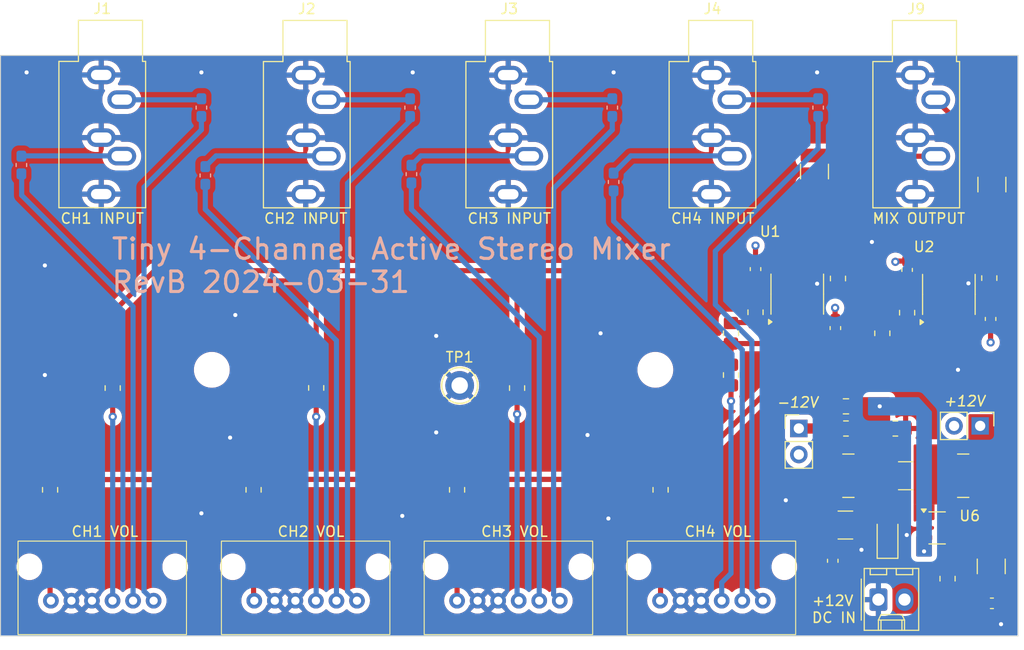
<source format=kicad_pcb>
(kicad_pcb (version 20240108) (generator "pcbnew") (generator_version "8.0")
  (title_block (date "2024-03-31") (rev "B"))
  (layers (0 "F.Cu" signal) (1 "In1.Cu" power) (2 "In2.Cu" power) (31 "B.Cu" signal) (34 "B.Paste" user) (35 "F.Paste" user) (36 "B.SilkS" user "B.Silkscreen") (37 "F.SilkS" user "F.Silkscreen") (38 "B.Mask" user) (39 "F.Mask" user) (44 "Edge.Cuts" user))
  (net 0 "")
  (net 1 "GND")
  (net 2 "+12V")
  (net 3 "Net-(U6-SW)")
  (net 4 "Net-(D1-A)")
  (net 5 "Net-(U6-NFB)")
  (net 6 "-12V")
  (net 7 "/ch4_left_mix_in")
  (net 8 "/ch3_left_mix_in")
  (net 9 "/ch2_left_mix_in")
  (net 10 "/ch1_left_mix_in")
  (net 11 "/ch4_right_mix_in")
  (net 12 "/ch3_right_mix_in")
  (net 13 "/ch2_right_mix_in")
  (net 14 "/ch1_right_mix_in")
  (net 15 "Net-(U2A--)")
  (net 16 "Net-(U2B--)")
  (net 17 "Net-(U1A--)")
  (net 18 "Net-(U1B--)")
  (net 19 "Net-(J6-Pin_2)")
  (net 20 "Net-(J8-Pin_1)")
  (net 21 "Net-(U6-~{SHDN})")
  (net 22 "Net-(R12-Pad1)")
  (net 23 "Net-(R13-Pad2)")
  (net 24 "Net-(C5-Pad2)")
  (net 25 "Net-(C5-Pad1)")
  (net 26 "Net-(C7-Pad2)")
  (net 27 "Net-(C7-Pad1)")
  (net 28 "Net-(C10-Pad2)")
  (net 29 "Net-(C10-Pad1)")
  (net 30 "Net-(C11-Pad2)")
  (net 31 "Net-(C11-Pad1)")
  (net 32 "Net-(C12-Pad1)")
  (net 33 "Net-(C12-Pad2)")
  (net 34 "Net-(C14-Pad2)")
  (net 35 "Net-(C14-Pad1)")
  (net 36 "Net-(C17-Pad2)")
  (net 37 "Net-(C17-Pad1)")
  (net 38 "Net-(C18-Pad1)")
  (net 39 "Net-(C18-Pad2)")
  (net 40 "Net-(C19-Pad1)")
  (net 41 "Net-(C19-Pad2)")
  (net 42 "Net-(C20-Pad2)")
  (net 43 "Net-(C20-Pad1)")
  (footprint "Resistor_SMD:R_0805_2012Metric_Pad1.20x1.40mm_HandSolder" (layer "F.Cu") (at 108.712 92.964 90)
    (property "Reference" "R4" (hide yes))
    (property "Value" "10k")
  )
  (footprint "Resistor_SMD:R_0805_2012Metric_Pad1.20x1.40mm_HandSolder" (layer "F.Cu") (at 191.0074 86.995)
    (property "Reference" "RFB2" (hide yes))
    (property "Value" "2k2")
  )
  (footprint "Connector_Audio:Jack_3.5mm_CUI_SJ1-3535NG_Horizontal" (layer "F.Cu") (at 133.604 52.588)
    (property "Reference" "J2")
    (property "Value" "AudioJack3_SwitchTR")
  )
  (footprint "Capacitor_SMD:C_0603_1608Metric_Pad1.08x0.95mm_HandSolder" (layer "F.Cu") (at 177.3925 71.4745 -90)
    (property "Reference" "C9" (hide yes))
    (property "Value" "100nF")
  )
  (footprint "Capacitor_SMD:C_0603_1608Metric_Pad1.08x0.95mm_HandSolder" (layer "F.Cu") (at 200.406 104.013)
    (property "Reference" "C15" (hide yes))
    (property "Value" "100nF")
  )
  (footprint "Resistor_SMD:R_0805_2012Metric_Pad1.20x1.40mm_HandSolder" (layer "F.Cu") (at 148.336 92.964 90)
    (property "Reference" "R2" (hide yes))
    (property "Value" "10k")
  )
  (footprint "Capacitor_SMD:C_1210_3225Metric_Pad1.33x2.70mm_HandSolder" (layer "F.Cu") (at 200.406 63.246 90)
    (property "Reference" "C19" (hide yes))
    (property "Value" "10uF")
  )
  (footprint "Potentiometers:Alps_RK12L12_Double_Horizontal" (layer "F.Cu") (at 133.592 100.459)
    (property "Reference" "RV2" (hide yes))
    (property "Value" "10k" (hide yes))
  )
  (footprint "Connector_PinHeader_2.54mm:PinHeader_1x02_P2.54mm_Vertical" (layer "F.Cu") (at 181.61 86.99)
    (property "Reference" "J8" (hide yes))
    (property "Value" "PowerConnector")
  )
  (footprint "Connector_Audio:Jack_3.5mm_CUI_SJ1-3535NG_Horizontal" (layer "F.Cu") (at 113.692 52.574)
    (property "Reference" "J1")
    (property "Value" "AudioJack3_SwitchTR")
  )
  (footprint "Capacitor_SMD:C_1210_3225Metric_Pad1.33x2.70mm_HandSolder" (layer "F.Cu") (at 183.134 61.976 90)
    (property "Reference" "C20" (hide yes))
    (property "Value" "10uF")
  )
  (footprint "MountingHole:MountingHole_3mm" (layer "F.Cu") (at 124.46 81.28)
    (property "Reference" "H1" (hide yes))
    (property "Value" "MountingHole")
  )
  (footprint "MountingHole:MountingHole_3mm" (layer "F.Cu") (at 167.64 81.28)
    (property "Reference" "H2" (hide yes))
    (property "Value" "MountingHole")
  )
  (footprint "Capacitor_SMD:C_0603_1608Metric_Pad1.08x0.95mm_HandSolder" (layer "F.Cu") (at 200.279 76.327 90)
    (property "Reference" "C8" (hide yes))
    (property "Value" "100nF")
  )
  (footprint "Resistor_SMD:R_0805_2012Metric_Pad1.20x1.40mm_HandSolder" (layer "F.Cu") (at 128.524 92.964 90)
    (property "Reference" "R3" (hide yes))
    (property "Value" "10k")
  )
  (footprint "Capacitor_SMD:C_0603_1608Metric_Pad1.08x0.95mm_HandSolder" (layer "F.Cu") (at 192.151 71.554 -90)
    (property "Reference" "C13" (hide yes))
    (property "Value" "100nF")
  )
  (footprint "Capacitor_SMD:C_0603_1608Metric_Pad1.08x0.95mm_HandSolder" (layer "F.Cu") (at 185.166 77.216 -90)
    (property "Reference" "C6" (hide yes))
    (property "Value" "100nF")
  )
  (footprint "Capacitor_SMD:C_0603_1608Metric_Pad1.08x0.95mm_HandSolder" (layer "F.Cu") (at 184.912 99.8728 -90)
    (property "Reference" "C16" (hide yes))
    (property "Value" "100nF")
  )
  (footprint "Resistor_SMD:R_0805_2012Metric_Pad1.20x1.40mm_HandSolder" (layer "F.Cu") (at 192.151 75.7185 90)
    (property "Reference" "R14" (hide yes))
    (property "Value" "10k")
  )
  (footprint "Package_SO:SOIC-8_3.9x4.9mm_P1.27mm" (layer "F.Cu") (at 196.215 73.9405 90)
    (property "Reference" "U2")
    (property "Value" "TL072")
  )
  (footprint "Resistor_SMD:R_0805_2012Metric_Pad1.20x1.40mm_HandSolder" (layer "F.Cu") (at 200.152 72.3515 90)
    (property "Reference" "R15" (hide yes))
    (property "Value" "10k")
  )
  (footprint "Connector_PinHeader_2.54mm:PinHeader_1x02_P2.54mm_Vertical" (layer "F.Cu") (at 199.263 86.741 -90)
    (property "Reference" "J7" (hide yes))
    (property "Value" "PowerConnector")
  )
  (footprint "Connector_Audio:Jack_3.5mm_CUI_SJ1-3535NG_Horizontal" (layer "F.Cu") (at 192.94 52.588)
    (property "Reference" "J9")
    (property "Value" "AudioJack3_SwitchTR")
  )
  (footprint "Package_TO_SOT_SMD:SOT-23-5" (layer "F.Cu") (at 195.0714 96.6724)
    (property "Reference" "U6")
    (property "Value" "LM2611AMF/NOPB ")
  )
  (footprint "Capacitor_SMD:C_1210_3225Metric_Pad1.33x2.70mm_HandSolder" (layer "F.Cu") (at 192.0234 91.5924 180)
    (property "Reference" "C2" (hide yes))
    (property "Value" "2.2u")
  )
  (footprint "Resistor_SMD:R_0805_2012Metric_Pad1.20x1.40mm_HandSolder" (layer "F.Cu") (at 189.738 77.724 90)
    (property "Reference" "R13" (hide yes))
    (property "Value" "10k")
  )
  (footprint "Potentiometers:Alps_RK12L12_Double_Horizontal" (layer "F.Cu") (at 153.336 100.459)
    (property "Reference" "RV3" (hide yes))
    (property "Value" "10k" (hide yes))
  )
  (footprint "Resistor_SMD:R_0805_2012Metric_Pad1.20x1.40mm_HandSolder" (layer "F.Cu") (at 175.006 77.724 90)
    (property "Reference" "R9" (hide yes))
    (property "Value" "10k")
  )
  (footprint "Resistor_SMD:R_0805_2012Metric_Pad1.20x1.40mm_HandSolder" (layer "F.Cu") (at 185.42 72.39 90)
    (property "Reference" "R10" (hide yes))
    (property "Value" "10k")
  )
  (footprint "Connector_Molex:Molex_KK-254_AE-6410-02A_1x02_P2.54mm_Vertical" (layer "F.Cu") (at 189.357 103.652)
    (property "Reference" "J6" (hide yes))
    (property "Value" "PowerConnector")
  )
  (footprint "Potentiometers:Alps_RK12L12_Double_Horizontal" (layer "F.Cu") (at 173.101 100.459)
    (property "Reference" "RV4" (hide yes))
    (property "Value" "10k" (hide yes))
  )
  (footprint "Capacitor_SMD:C_1210_3225Metric_Pad1.33x2.70mm_HandSolder" (layer "F.Cu") (at 200.3425 100.4185 90)
    (property "Reference" "C1" (hide yes))
    (property "Value" "22u")
  )
  (footprint "Resistor_SMD:R_0805_2012Metric_Pad1.20x1.40mm_HandSolder" (layer "F.Cu") (at 186.1974 86.995)
    (property "Reference" "RFB1" (hide yes))
    (property "Value" "22k")
  )
  (footprint "Resistor_SMD:R_0805_2012Metric_Pad1.20x1.40mm_HandSolder" (layer "F.Cu") (at 134.62 83.042 90)
    (property "Reference" "R7" (hide yes))
    (property "Value" "10k")
  )
  (footprint "Potentiometers:Alps_RK12L12_Double_Horizontal" (layer "F.Cu") (at 113.792 100.459)
    (property "Reference" "RV1" (hide yes))
    (property "Value" "10k" (hide yes))
  )
  (footprint "Diode_SMD:D_PowerDI-123" (layer "F.Cu") (at 190.2454 97.321 90)
    (property "Reference" "D1" (hide yes))
    (property "Value" "D_Schottky")
  )
  (footprint "Resistor_SMD:R_0805_2012Metric_Pad1.20x1.40mm_HandSolder" (layer "F.Cu") (at 175.006 81.788 90)
    (property "Reference" "R5" (hide yes))
    (property "Value" "10k")
  )
  (footprint "Package_SO:SOIC-8_3.9x4.9mm_P1.27mm" (layer "F.Cu") (at 181.4565 73.914 90)
    (property "Reference" "U1")
    (property "Value" "TL072")
  )
  (footprint "Inductor_SMD:L_Ferrocore_DLG-0403" (layer "F.Cu") (at 186.4354 91.5924 180)
    (property "Reference" "L2" (hide yes))
    (property "Value" "22u")
  )
  (footprint "Inductor_SMD:L_Ferrocore_DLG-0403" (layer "F.Cu") (at 197.6114 91.5924 180)
    (property "Reference" "L1" (hide yes))
    (property "Value" "22u")
  )
  (footprint "Capacitor_SMD:C_1210_3225Metric_Pad1.33x2.70mm_HandSolder" (layer "F.Cu") (at 186.1435 96.393 180)
    (property "Reference" "C4" (hide yes))
    (property "Value" "22u")
  )
  (footprint "Resistor_SMD:R_0805_2012Metric_Pad1.20x1.40mm_HandSolder" (layer "F.Cu") (at 177.3925 75.676 90)
    (property "Reference" "R12" (hide yes))
    (property "Value" "10k")
  )
  (footprint "Resistor_SMD:R_0805_2012Metric_Pad1.20x1.40mm_HandSolder" (layer "F.Cu") (at 154.178 83.058 90)
    (property "Reference" "R6" (hide yes))
    (property "Value" "10k")
  )
  (footprint "Capacitor_SMD:C_0805_2012Metric_Pad1.18x1.45mm_HandSolder" (layer "F.Cu") (at 186.1974 84.836 180)
    (property "Reference" "C3" (hide yes))
    (property "Value" "1n")
  )
  (footprint "TestPoint:TestPoint_Keystone_5005-5009_Compact" (layer "F.Cu") (at 148.59 82.804)
    (property "Reference" "TP1")
    (property "Value" "TestPoint")
  )
  (footprint "Connector_Audio:Jack_3.5mm_CUI_SJ1-3535NG_Horizontal" (layer "F.Cu") (at 153.316 52.588)
    (property "Reference" "J3")
    (property "Value" "AudioJack3_SwitchTR")
  )
  (footprint "Resistor_SMD:R_0805_2012Metric_Pad1.20x1.40mm_HandSolder" (layer "F.Cu") (at 168.148 92.964 90)
    (property "Reference" "R1" (hide yes))
    (property "Value" "10k")
  )
  (footprint "Resistor_SMD:R_0805_2012Metric_Pad1.20x1.40mm_HandSolder" (layer "F.Cu") (at 114.808 83.058 90)
    (property "Reference" "R8" (hide yes))
    (property "Value" "10k")
  )
  (footprint "Resistor_SMD:R_0805_2012Metric_Pad1.20x1.40mm_HandSolder" (layer "F.Cu") (at 196.088 101.613 90)
    (property "Reference" "R11" (hide yes))
    (property "Value" "100k")
  )
  (footprint "Connector_Audio:Jack_3.5mm_CUI_SJ1-3535NG_Horizontal" (layer "F.Cu") (at 173.101 52.588)
    (property "Reference" "J4")
    (property "Value" "AudioJack3_SwitchTR")
  )
  (footprint "Capacitor_SMD:C_0603_1608Metric_Pad1.08x0.95mm_HandSolder" (layer "B.Cu") (at 123.444 55.753 -90)
    (property "Reference" "C5" (hide yes))
    (property "Value" "100nF")
  )
  (footprint "Capacitor_SMD:C_0603_1608Metric_Pad1.08x0.95mm_HandSolder" (layer "B.Cu") (at 143.891 62.23 -90)
    (property "Reference" "C14" (hide yes))
    (property "Value" "100nF")
  )
  (footprint "Capacitor_SMD:C_0603_1608Metric_Pad1.08x0.95mm_HandSolder" (layer "B.Cu") (at 143.764 55.753 -90)
    (property "Reference" "C10" (hide yes))
    (property "Value" "100nF")
  )
  (footprint "Capacitor_SMD:C_0603_1608Metric_Pad1.08x0.95mm_HandSolder" (layer "B.Cu") (at 123.825 62.357 -90)
    (property "Reference" "C11" (hide yes))
    (property "Value" "100nF")
  )
  (footprint "Capacitor_SMD:C_0603_1608Metric_Pad1.08x0.95mm_HandSolder" (layer "B.Cu") (at 163.449 55.753 -90)
    (property "Reference" "C12" (hide yes))
    (property "Value" "100nF")
  )
  (footprint "Capacitor_SMD:C_0603_1608Metric_Pad1.08x0.95mm_HandSolder" (layer "B.Cu") (at 105.918 61.341 -90)
    (property "Reference" "C7" (hide yes))
    (property "Value" "100nF")
  )
  (footprint "Capacitor_SMD:C_0603_1608Metric_Pad1.08x0.95mm_HandSolder" (layer "B.Cu") (at 183.4885 55.753 -90)
    (property "Reference" "C17" (hide yes))
    (property "Value" "100nF")
  )
  (footprint "Capacitor_SMD:C_0603_1608Metric_Pad1.08x0.95mm_HandSolder" (layer "B.Cu") (at 163.576 62.992 -90)
    (property "Reference" "C18" (hide yes))
    (property "Value" "100nF")
  )
  (gr_rect (start 103.886 50.673) (end 202.946 107.188) (stroke (width 0.1)) (fill none) (layer "Edge.Cuts"))
  (gr_text "Tiny 4-Channel Active Stereo Mixer\nRev${REVISION} ${ISSUE_DATE}" (at 114.554 73.914 0) (layer "B.SilkS") (effects (font (size 2 2) (thickness 0.3)) (justify left bottom)))
  (segment (start 183.3615 71.439) (end 183.3615 72.8715) (width 0.5) (layer "F.Cu") (net 1))
  (segment (start 198.12 71.4655) (end 198.12 72.8595) (width 0.5) (layer "F.Cu") (net 1))
  (segment (start 183.3615 72.8715) (end 183.388 72.898) (width 0.5) (layer "F.Cu") (net 1))
  (via (at 192.116 97.363) (size 0.8) (drill 0.4) (layers "F.Cu" "B.Cu") (net 1))
  (via (at 126.746 75.946) (size 0.8) (drill 0.4) (layers "F.Cu" "B.Cu") (net 1))
  (via (at 126.238 87.884) (size 0.8) (drill 0.4) (layers "F.Cu" "B.Cu") (net 1))
  (via (at 123.444 52.324) (size 0.8) (drill 0.4) (layers "F.Cu" "B.Cu") (net 1))
  (via (at 146.304 77.978) (size 0.8) (drill 0.4) (layers "F.Cu" "B.Cu") (net 1))
  (via (at 143.002 95.504) (size 0.8) (drill 0.4) (layers "F.Cu" "B.Cu") (net 1))
  (via (at 187.706 98.806) (size 0.8) (drill 0.4) (layers "F.Cu" "B.Cu") (net 1))
  (via (at 144.018 52.324) (size 0.8) (drill 0.4) (layers "F.Cu" "B.Cu") (net 1))
  (via (at 162.306 77.724) (size 0.8) (drill 0.4) (layers "F.Cu" "B.Cu") (net 1))
  (via (at 123.444 95.25) (size 0.8) (drill 0.4) (layers "F.Cu" "B.Cu") (net 1))
  (via (at 183.388 72.898) (size 0.8) (drill 0.4) (layers "F.Cu" "B.Cu") (net 1))
  (via (at 108.204 81.788) (size 0.8) (drill 0.4) (layers "F.Cu" "B.Cu") (net 1))
  (via (at 146.304 87.376) (size 0.8) (drill 0.4) (layers "F.Cu" "B.Cu") (net 1))
  (via (at 161.036 87.63) (size 0.8) (drill 0.4) (layers "F.Cu" "B.Cu") (net 1))
  (via (at 197.104 81.28) (size 0.8) (drill 0.4) (layers "F.Cu" "B.Cu") (net 1))
  (via (at 201.295 106.045) (size 0.8) (drill 0.4) (layers "F.Cu" "B.Cu") (net 1))
  (via (at 183.388 52.324) (size 0.8) (drill 0.4) (layers "F.Cu" "B.Cu") (net 1))
  (via (at 108.204 71.12) (size 0.8) (drill 0.4) (layers "F.Cu" "B.Cu") (net 1))
  (via (at 198.12 72.8595) (size 0.8) (drill 0.4) (layers "F.Cu" "B.Cu") (net 1))
  (via (at 188.722 68.834) (size 0.8) (drill 0.4) (layers "F.Cu" "B.Cu") (net 1))
  (via (at 180.34 93.98) (size 0.8) (drill 0.4) (layers "F.Cu" "B.Cu") (net 1))
  (via (at 106.426 52.324) (size 0.8) (drill 0.4) (layers "F.Cu" "B.Cu") (net 1))
  (via (at 163.068 95.758) (size 0.8) (drill 0.4) (layers "F.Cu" "B.Cu") (net 1))
  (via (at 163.576 52.324) (size 0.8) (drill 0.4) (layers "F.Cu" "B.Cu") (net 1))
  (segment (start 192.151 70.6915) (end 191.082 70.6915) (width 0.5) (layer "F.Cu") (net 2))
  (segment (start 178.2195 71.439) (end 179.5515 71.439) (width 0.5) (layer "F.Cu") (net 2))
  (segment (start 177.3925 70.612) (end 177.3925 69.1885) (width 0.5) (layer "F.Cu") (net 2))
  (segment (start 194.31 71.4655) (end 192.925 71.4655) (width 0.5) (layer "F.Cu") (net 2))
  (segment (start 177.3925 70.612) (end 178.2195 71.439) (width 0.5) (layer "F.Cu") (net 2))
  (segment (start 192.925 71.4655) (end 192.151 70.6915) (width 0.5) (layer "F.Cu") (net 2))
  (segment (start 191.082 70.6915) (end 191.008 70.7655) (width 0.5) (layer "F.Cu") (net 2))
  (via (at 191.008 70.7655) (size 0.8) (drill 0.4) (layers "F.Cu" "B.Cu") (net 2))
  (via (at 177.3925 69.1885) (size 0.8) (drill 0.4) (layers "F.Cu" "B.Cu") (net 2))
  (via (at 189.4834 84.836) (size 0.8) (drill 0.4) (layers "F.Cu" "B.Cu") (net 5))
  (via (at 193.8014 98.9584) (size 0.8) (drill 0.4) (layers "F.Cu" "B.Cu") (net 5))
  (segment (start 185.1395 76.4275) (end 185.166 76.454) (width 0.5) (layer "F.Cu") (net 6))
  (segment (start 185.1395 75.249) (end 185.1395 76.4275) (width 0.5) (layer "F.Cu") (net 6))
  (segment (start 198.894 77.1895) (end 198.12 76.4155) (width 0.5) (layer "F.Cu") (net 6))
  (segment (start 185.166 76.454) (end 183.4265 76.454) (width 0.5) (layer "F.Cu") (net 6))
  (segment (start 200.279 77.1895) (end 200.279 78.613) (width 0.5) (layer "F.Cu") (net 6))
  (segment (start 200.279 77.1895) (end 198.894 77.1895) (width 0.5) (layer "F.Cu") (net 6))
  (segment (start 183.4265 76.454) (end 183.3615 76.389) (width 0.5) (layer "F.Cu") (net 6))
  (via (at 185.1395 75.249) (size 0.8) (drill 0.4) (layers "F.Cu" "B.Cu") (net 6))
  (via (at 200.279 78.613) (size 0.8) (drill 0.4) (layers "F.Cu" "B.Cu") (net 6))
  (segment (start 168.148 93.964) (end 168.148 103.712) (width 0.5) (layer "F.Cu") (net 7))
  (segment (start 168.148 103.712) (end 168.101 103.759) (width 0.5) (layer "F.Cu") (net 7))
  (segment (start 148.336 94.218) (end 148.336 103.759) (width 0.5) (layer "F.Cu") (net 8))
  (segment (start 128.524 93.964) (end 128.524 103.691) (width 0.5) (layer "F.Cu") (net 9))
  (segment (start 128.524 103.691) (end 128.592 103.759) (width 0.5) (layer "F.Cu") (net 9))
  (segment (start 108.712 103.679) (end 108.792 103.759) (width 0.5) (layer "F.Cu") (net 10))
  (segment (start 108.712 93.964) (end 108.712 103.679) (width 0.5) (layer "F.Cu") (net 10))
  (segment (start 175.006 84.328) (end 175.006 82.788) (width 0.5) (layer "F.Cu") (net 11))
  (via (at 175.006 84.328) (size 0.8) (drill 0.4) (layers "F.Cu" "B.Cu") (net 11))
  (segment (start 175.006 101.092) (end 174.101 101.997) (width 0.5) (layer "B.Cu") (net 11))
  (segment (start 174.101 101.997) (end 174.101 103.759) (width 0.5) (layer "B.Cu") (net 11))
  (segment (start 175.006 84.328) (end 175.006 101.092) (width 0.5) (layer "B.Cu") (net 11))
  (segment (start 154.178 85.598) (end 154.178 84.058) (width 0.5) (layer "F.Cu") (net 12))
  (segment (start 154.178 103.601) (end 154.336 103.759) (width 0.5) (layer "F.Cu") (net 12))
  (via (at 154.178 85.598) (size 0.8) (drill 0.4) (layers "F.Cu" "B.Cu") (net 12))
  (segment (start 154.178 85.598) (end 154.178 103.601) (width 0.5) (layer "B.Cu") (net 12))
  (segment (start 134.62 103.731) (end 134.592 103.759) (width 0.5) (layer "F.Cu") (net 13))
  (segment (start 134.62 84.042) (end 134.62 85.852) (width 0.5) (layer "F.Cu") (net 13))
  (via (at 134.62 85.852) (size 0.8) (drill 0.4) (layers "F.Cu" "B.Cu") (net 13))
  (segment (start 134.62 85.852) (end 134.62 103.731) (width 0.5) (layer "B.Cu") (net 13))
  (segment (start 114.808 103.743) (end 114.792 103.759) (width 0.5) (layer "F.Cu") (net 14))
  (segment (start 114.808 85.852) (end 114.808 84.058) (width 0.5) (layer "F.Cu") (net 14))
  (via (at 114.808 85.852) (size 0.8) (drill 0.4) (layers "F.Cu" "B.Cu") (net 14))
  (segment (start 114.808 85.852) (end 114.808 103.743) (width 0.5) (layer "B.Cu") (net 14))
  (segment (start 188.23 78.724) (end 186.182 80.772) (width 0.5) (layer "F.Cu") (net 15))
  (segment (start 168.148 91.964) (end 168.132 91.948) (width 0.5) (layer "F.Cu") (net 15))
  (segment (start 128.524 91.964) (end 108.712 91.964) (width 0.5) (layer "F.Cu") (net 15))
  (segment (start 148.352 91.948) (end 148.336 91.964) (width 0.5) (layer "F.Cu") (net 15))
  (segment (start 186.182 80.772) (end 181.102 80.772) (width 0.5) (layer "F.Cu") (net 15))
  (segment (start 189.754 78.74) (end 189.738 78.724) (width 0.5) (layer "F.Cu") (net 15))
  (segment (start 195.58 76.4155) (end 195.58 77.978) (width 0.5) (layer "F.Cu") (net 15))
  (segment (start 168.132 91.948) (end 148.352 91.948) (width 0.5) (layer "F.Cu") (net 15))
  (segment (start 148.336 91.964) (end 148.32 91.948) (width 0.5) (layer "F.Cu") (net 15))
  (segment (start 181.102 80.772) (end 169.91 91.964) (width 0.5) (layer "F.Cu") (net 15))
  (segment (start 169.91 91.964) (end 168.148 91.964) (width 0.5) (layer "F.Cu") (net 15))
  (segment (start 148.32 91.948) (end 128.54 91.948) (width 0.5) (layer "F.Cu") (net 15))
  (segment (start 195.58 77.978) (end 194.818 78.74) (width 0.5) (layer "F.Cu") (net 15))
  (segment (start 189.738 78.724) (end 188.23 78.724) (width 0.5) (layer "F.Cu") (net 15))
  (segment (start 128.54 91.948) (end 128.524 91.964) (width 0.5) (layer "F.Cu") (net 15))
  (segment (start 194.818 78.74) (end 189.754 78.74) (width 0.5) (layer "F.Cu") (net 15))
  (segment (start 196.85 73.3055) (end 196.85 71.4655) (width 0.5) (layer "F.Cu") (net 16))
  (segment (start 193.213 74.7185) (end 193.548 74.3835) (width 0.5) (layer "F.Cu") (net 16))
  (segment (start 200.152 73.3515) (end 199.12 74.3835) (width 0.5) (layer "F.Cu") (net 16))
  (segment (start 196.85 73.8755) (end 196.85 73.3055) (width 0.5) (layer "F.Cu") (net 16))
  (segment (start 193.548 74.3835) (end 196.85 74.3835) (width 0.5) (layer "F.Cu") (net 16))
  (segment (start 199.12 74.3835) (end 196.85 74.3835) (width 0.5) (layer "F.Cu") (net 16))
  (segment (start 192.151 74.7185) (end 193.213 74.7185) (width 0.5) (layer "F.Cu") (net 16))
  (segment (start 196.85 74.3835) (end 196.85 73.8755) (width 0.5) (layer "F.Cu") (net 16))
  (segment (start 180.8215 76.389) (end 180.8215 78.0045) (width 0.5) (layer "F.Cu") (net 17))
  (segment (start 118.872 71.628) (end 114.808 75.692) (width 0.5) (layer "F.Cu") (net 17))
  (segment (start 153.035 71.628) (end 134.62 71.628) (width 0.5) (layer "F.Cu") (net 17))
  (segment (start 171.942 78.724) (end 164.846 71.628) (width 0.5) (layer "F.Cu") (net 17))
  (segment (start 180.102 78.724) (end 175.006 78.724) (width 0.5) (layer "F.Cu") (net 17))
  (segment (start 134.62 71.628) (end 118.872 71.628) (width 0.5) (layer "F.Cu") (net 17))
  (segment (start 114.808 75.692) (end 114.808 82.058) (width 0.5) (layer "F.Cu") (net 17))
  (segment (start 180.8215 78.0045) (end 180.102 78.724) (width 0.5) (layer "F.Cu") (net 17))
  (segment (start 175.006 78.724) (end 171.942 78.724) (width 0.5) (layer "F.Cu") (net 17))
  (segment (start 154.178 71.628) (end 153.035 71.628) (width 0.5) (layer "F.Cu") (net 17))
  (segment (start 134.62 82.042) (end 134.62 71.628) (width 0.5) (layer "F.Cu") (net 17))
  (segment (start 175.006 80.788) (end 175.006 78.724) (width 0.5) (layer "F.Cu") (net 17))
  (segment (start 154.178 82.058) (end 154.178 71.628) (width 0.5) (layer "F.Cu") (net 17))
  (segment (start 164.846 71.628) (end 153.035 71.628) (width 0.5) (layer "F.Cu") (net 17))
  (segment (start 184.642 74.168) (end 178.816 74.168) (width 0.5) (layer "F.Cu") (net 18))
  (segment (start 182.0915 74.168) (end 182.0915 71.439) (width 0.5) (layer "F.Cu") (net 18))
  (segment (start 178.308 74.676) (end 177.3925 74.676) (width 0.5) (layer "F.Cu") (net 18))
  (segment (start 178.816 74.168) (end 178.308 74.676) (width 0.5) (layer "F.Cu") (net 18))
  (segment (start 185.42 73.39) (end 184.642 74.168) (width 0.5) (layer "F.Cu") (net 18))
  (segment (start 199.2364 86.7702) (end 199.136 86.6698) (width 0.5) (layer "F.Cu") (net 19))
  (segment (start 199.2364 86.7676) (end 199.263 86.741) (width 1) (layer "F.Cu") (net 19))
  (segment (start 199.2364 91.5924) (end 199.2364 86.7676) (width 1) (layer "F.Cu") (net 19))
  (segment (start 185.1974 86.995) (end 181.615 86.995) (width 1) (layer "F.Cu") (net 20))
  (segment (start 181.615 86.995) (end 181.61 86.99) (width 1) (layer "F.Cu") (net 20))
  (segment (start 181.615 86.995) (end 181.61 87) (width 0.5) (layer "F.Cu") (net 20))
  (segment (start 175.054 76.676) (end 175.006 76.724) (width 0.5) (layer "F.Cu") (net 22))
  (segment (start 177.3925 76.676) (end 175.054 76.676) (width 0.5) (layer "F.Cu") (net 22))
  (segment (start 179.2645 76.676) (end 179.5515 76.389) (width 0.5) (layer "F.Cu") (net 22))
  (segment (start 177.3925 76.676) (end 179.2645 76.676) (width 0.5) (layer "F.Cu") (net 22))
  (segment (start 194.007 76.7185) (end 194.31 76.4155) (width 0.5) (layer "F.Cu") (net 23))
  (segment (start 192.151 76.7185) (end 194.007 76.7185) (width 0.5) (layer "F.Cu") (net 23))
  (segment (start 192.151 76.7185) (end 189.7435 76.7185) (width 0.5) (layer "F.Cu") (net 23))
  (segment (start 189.7435 76.7185) (end 189.738 76.724) (width 0.5) (layer "F.Cu") (net 23))
  (segment (start 117.856 102.823) (end 118.792 103.759) (width 0.5) (layer "B.Cu") (net 24))
  (segment (start 117.856 63.5) (end 117.856 102.823) (width 0.5) (layer "B.Cu") (net 24))
  (segment (start 123.444 56.6155) (end 123.444 57.912) (width 0.5) (layer "B.Cu") (net 24))
  (segment (start 123.444 57.912) (end 117.856 63.5) (width 0.5) (layer "B.Cu") (net 24))
  (segment (start 123.444 54.8905) (end 123.3435 54.991) (width 0.5) (layer "B.Cu") (net 25))
  (segment (start 123.3435 54.991) (end 115.709 54.991) (width 0.5) (layer "B.Cu") (net 25))
  (segment (start 115.709 54.991) (end 115.692 54.974) (width 0.5) (layer "B.Cu") (net 25))
  (segment (start 105.9445 64.2885) (end 116.792 75.136) (width 0.5) (layer "B.Cu") (net 26))
  (segment (start 105.918 62.2035) (end 105.9445 62.23) (width 0.5) (layer "B.Cu") (net 26))
  (segment (start 105.9445 62.23) (end 105.9445 64.2885) (width 0.5) (layer "B.Cu") (net 26))
  (segment (start 116.792 75.136) (end 116.792 103.759) (width 0.5) (layer "B.Cu") (net 26))
  (segment (start 114.97 60.452) (end 114.992 60.474) (width 0.5) (layer "B.Cu") (net 27))
  (segment (start 105.918 60.4785) (end 105.9445 60.452) (width 0.5) (layer "B.Cu") (net 27))
  (segment (start 105.9445 60.452) (end 114.97 60.452) (width 0.5) (layer "B.Cu") (net 27))
  (segment (start 137.668 63.119) (end 137.668 102.835) (width 0.5) (layer "B.Cu") (net 28))
  (segment (start 143.764 56.6155) (end 143.764 57.023) (width 0.5) (layer "B.Cu") (net 28))
  (segment (start 137.668 102.835) (end 138.592 103.759) (width 0.5) (layer "B.Cu") (net 28))
  (segment (start 143.764 57.023) (end 137.668 63.119) (width 0.5) (layer "B.Cu") (net 28))
  (segment (start 143.6635 54.991) (end 135.607 54.991) (width 0.5) (layer "B.Cu") (net 29))
  (segment (start 135.607 54.991) (end 135.604 54.988) (width 0.5) (layer "B.Cu") (net 29))
  (segment (start 143.764 54.8905) (end 143.6635 54.991) (width 0.5) (layer "B.Cu") (net 29))
  (segment (start 136.592 78.426) (end 136.592 103.759) (width 0.5) (layer "B.Cu") (net 30))
  (segment (start 123.825 65.659) (end 136.592 78.426) (width 0.5) (layer "B.Cu") (net 30))
  (segment (start 123.825 63.2195) (end 123.825 65.659) (width 0.5) (layer "B.Cu") (net 30))
  (segment (start 124.8675 60.452) (end 135.568 60.452) (width 0.5) (layer "B.Cu") (net 31))
  (segment (start 123.825 61.4945) (end 124.8675 60.452) (width 0.5) (layer "B.Cu") (net 31))
  (segment (start 155.316 54.988) (end 163.3515 54.988) (width 0.5) (layer "B.Cu") (net 32))
  (segment (start 163.3515 54.988) (end 163.449 54.8905) (width 0.5) (layer "B.Cu") (net 32))
  (segment (start 157.734 63.627) (end 157.734 103.157) (width 0.5) (layer "B.Cu") (net 33))
  (segment (start 163.449 56.6155) (end 163.449 57.912) (width 0.5) (layer "B.Cu") (net 33))
  (segment (start 157.734 103.157) (end 158.336 103.759) (width 0.5) (layer "B.Cu") (net 33))
  (segment (start 163.449 57.912) (end 157.734 63.627) (width 0.5) (layer "B.Cu") (net 33))
  (segment (start 143.891 65.659) (end 156.336 78.104) (width 0.5) (layer "B.Cu") (net 34))
  (segment (start 156.336 78.104) (end 156.336 103.759) (width 0.5) (layer "B.Cu") (net 34))
  (segment (start 143.891 63.0925) (end 143.891 65.659) (width 0.5) (layer "B.Cu") (net 34))
  (segment (start 155.316 60.488) (end 154.616 60.488) (width 0.5) (layer "B.Cu") (net 35))
  (segment (start 155.28 60.452) (end 155.316 60.488) (width 0.5) (layer "B.Cu") (net 35))
  (segment (start 144.8065 60.452) (end 155.28 60.452) (width 0.5) (layer "B.Cu") (net 35))
  (segment (start 143.891 61.3675) (end 144.8065 60.452) (width 0.5) (layer "B.Cu") (net 35))
  (segment (start 177.038 78.486) (end 173.482 74.93) (width 0.5) (layer "B.Cu") (net 36))
  (segment (start 183.4885 59.7165) (end 183.4885 56.6155) (width 0.5) (layer "B.Cu") (net 36))
  (segment (start 173.482 69.723) (end 183.4885 59.7165) (width 0.5) (layer "B.Cu") (net 36))
  (segment (start 177.038 102.696) (end 177.038 78.486) (width 0.5) (layer "B.Cu") (net 36))
  (segment (start 178.101 103.759) (end 177.038 102.696) (width 0.5) (layer "B.Cu") (net 36))
  (segment (start 173.482 74.93) (end 173.482 69.723) (width 0.5) (layer "B.Cu") (net 36))
  (segment (start 183.391 54.988) (end 183.4885 54.8905) (width 0.5) (layer "B.Cu") (net 37))
  (segment (start 175.101 54.988) (end 183.391 54.988) (width 0.5) (layer "B.Cu") (net 37))
  (segment (start 165.2535 60.452) (end 175.065 60.452) (width 0.5) (layer "B.Cu") (net 38))
  (segment (start 175.065 60.452) (end 175.101 60.488) (width 0.5) (layer "B.Cu") (net 38))
  (segment (start 163.576 62.1295) (end 165.2535 60.452) (width 0.5) (layer "B.Cu") (net 38))
  (segment (start 163.576 66.802) (end 163.576 63.8545) (width 0.5) (layer "B.Cu") (net 39))
  (segment (start 176.101 103.759) (end 176.101 79.327) (width 0.5) (layer "B.Cu") (net 39))
  (segment (start 176.101 79.327) (end 163.576 66.802) (width 0.5) (layer "B.Cu") (net 39))
  (segment (start 200.152 65.0625) (end 200.406 64.8085) (width 0.5) (layer "F.Cu") (net 40))
  (segment (start 195.58 71.4655) (end 195.58 69.8115) (width 0.5) (layer "F.Cu") (net 40))
  (segment (start 200.279 64.9355) (end 200.406 64.8085) (width 0.5) (layer "F.Cu") (net 40))
  (segment (start 195.58 69.8115) (end 200.152 69.8115) (width 0.5) (layer "F.Cu") (net 40))
  (segment (start 200.152 69.8115) (end 200.152 71.3515) (width 0.5) (layer "F.Cu") (net 40))
  (segment (start 200.152 69.8115) (end 200.152 65.0625) (width 0.5) (layer "F.Cu") (net 40))
  (segment (start 200.406 61.6835) (end 200.279 61.5565) (width 0.5) (layer "F.Cu") (net 41))
  (segment (start 200.279 61.5565) (end 200.279 60.327) (width 0.5) (layer "F.Cu") (net 41))
  (segment (start 200.279 60.327) (end 194.94 54.988) (width 0.5) (layer "F.Cu") (net 41))
  (segment (start 183.2085 60.488) (end 194.94 60.488) (width 0.5) (layer "F.Cu") (net 42))
  (segment (start 180.8215 71.439) (end 180.8215 69.6225) (width 0.5) (layer "F.Cu") (net 43))
  (segment (start 180.848 69.596) (end 183.134 69.596) (width 0.5) (layer "F.Cu") (net 43))
  (segment (start 185.42 69.596) (end 185.42 71.39) (width 0.5) (layer "F.Cu") (net 43))
  (segment (start 183.134 63.5385) (end 183.134 69.596) (width 0.5) (layer "F.Cu") (net 43))
  (segment (start 183.134 69.596) (end 185.42 69.596) (width 0.5) (layer "F.Cu") (net 43))
  (segment (start 180.8215 69.6225) (end 180.848 69.596) (width 0.5) (layer "F.Cu") (net 43))
  (zone (net 19) (net_name "Net-(J6-Pin_2)") (layer "F.Cu") (priority 12) (connect_pads yes (clearance 0.5)) (min_thickness 0.25) (fill yes (thermal_gap 0.5) (thermal_bridge_width 0.5))
    (polygon (pts (xy 201.904 98.1964) (xy 201.93 99.695) (xy 198.374 99.695) (xy 198.374 103.251) (xy 200.406 103.251) (xy 200.406 105.029) (xy 189.484 105.029) (xy 189.484 101.981) (xy 197.358 101.981) (xy 197.358 98.1964) (xy 195.3254 98.1964) (xy 195.3254 95.1484) (xy 198.1194 95.1484) (xy 198.1194 85.598) (xy 201.904 85.598)))
  )
  (zone (net 3) (net_name "Net-(U6-SW)") (layer "F.Cu") (priority 12) (connect_pads yes (clearance 0.5)) (min_thickness 0.25) (fill yes (thermal_gap 0.5) (thermal_bridge_width 0.5))
    (polygon (pts (xy 192.7854 88.5444) (xy 192.7854 94.3864) (xy 197.1034 94.3864) (xy 197.1034 88.5444)))
  )
  (zone (net 3) (net_name "Net-(U6-SW)") (layer "F.Cu") (priority 12) (connect_pads yes (clearance 0.5)) (min_thickness 0.25) (fill yes (thermal_gap 0.5) (thermal_bridge_width 0.5))
    (polygon (pts (xy 192.7854 94.3864) (xy 192.7854 96.1644) (xy 194.8174 96.1644) (xy 194.8174 94.3864)))
  )
  (zone (net 0) (net_name "") (layer "F.Cu") (connect_pads (clearance 0)) (min_thickness 0.25)
    (keepout (tracks allowed) (vias allowed) (pads allowed) (copperpour not_allowed) (footprints allowed))
    (fill (thermal_gap 0.5) (thermal_bridge_width 0.5))
    (polygon (pts (xy 191.5154 87.9094) (xy 192.7854 87.9094) (xy 192.786 96.266) (xy 191.5154 96.2914)))
  )
  (zone (net 1) (net_name "GND") (layer "F.Cu") (priority 10) (connect_pads (clearance 0.5)) (min_thickness 0.25) (fill yes (thermal_gap 0.5) (thermal_bridge_width 0.5))
    (polygon (pts (xy 103.886 50.673) (xy 202.946 50.673) (xy 202.946 107.061) (xy 103.886 107.061)))
  )
  (zone (net 20) (net_name "Net-(J8-Pin_1)") (layer "F.Cu") (priority 12) (connect_pads yes (clearance 0.5)) (min_thickness 0.25) (fill yes (thermal_gap 0.5) (thermal_bridge_width 0.5))
    (polygon (pts (xy 185.9274 83.9724) (xy 185.9274 99.7204) (xy 183.87 99.7204) (xy 183.87 83.9724)))
  )
  (zone (net 5) (net_name "Net-(U6-NFB)") (layer "F.Cu") (priority 12) (connect_pads yes (clearance 0.5)) (min_thickness 0.25) (fill yes (thermal_gap 0.5) (thermal_bridge_width 0.5))
    (polygon (pts (xy 193.0394 97.1804) (xy 194.5634 97.1804) (xy 194.5634 99.4664) (xy 193.0394 99.4664)))
  )
  (zone (net 4) (net_name "Net-(D1-A)") (layer "F.Cu") (priority 12) (connect_pads yes (clearance 0.5)) (min_thickness 0.25) (fill yes (thermal_gap 0.5) (thermal_bridge_width 0.5))
    (polygon (pts (xy 186.9434 88.5444) (xy 186.9434 94.3864) (xy 191.5154 94.3864) (xy 191.5154 88.5444)))
  )
  (zone (net 4) (net_name "Net-(D1-A)") (layer "F.Cu") (priority 12) (connect_pads yes (clearance 0.5)) (min_thickness 0.25) (fill yes (thermal_gap 0.5) (thermal_bridge_width 0.5))
    (polygon (pts (xy 191.5154 94.3864) (xy 191.5154 96.4184) (xy 188.9754 96.4184) (xy 188.9754 94.3864)))
  )
  (zone (net 5) (net_name "Net-(U6-NFB)") (layer "F.Cu") (priority 12) (connect_pads yes (clearance 0.5)) (min_thickness 0.25) (fill yes (thermal_gap 0.5) (thermal_bridge_width 0.5))
    (polygon (pts (xy 186.4354 83.942) (xy 190.4994 83.942) (xy 190.4994 88.133) (xy 186.4354 88.133)))
  )
  (zone (net 21) (net_name "Net-(U6-~{SHDN})") (layer "F.Cu") (priority 12) (connect_pads yes (clearance 0.5)) (min_thickness 0.25) (fill yes (thermal_gap 0.5) (thermal_bridge_width 0.5))
    (polygon (pts (xy 197.116 96.588) (xy 197.091 101.463) (xy 183.896 101.463) (xy 183.896 100.013) (xy 195.266 100.013) (xy 195.266 96.588)))
  )
  (zone (net 5) (net_name "Net-(U6-NFB)") (layer "B.Cu") (priority 12) (connect_pads yes (clearance 0.5)) (min_thickness 0.25) (fill yes (thermal_gap 0.5) (thermal_bridge_width 0.5))
    (polygon (pts (xy 194.5634 99.4664) (xy 193.0394 99.4664) (xy 193.04 85.725) (xy 188.341 85.725) (xy 188.341 83.947) (xy 193.294 83.947) (xy 194.5634 85.344)))
  )
  (zone (net 1) (net_name "GND") (layer "B.Cu") (priority 11) (connect_pads (clearance 0.5)) (min_thickness 0.25) (fill yes (thermal_gap 0.5) (thermal_bridge_width 0.5))
    (polygon (pts (xy 103.886 50.673) (xy 202.946 50.673) (xy 202.946 107.188) (xy 103.886 107.188)))
  )
)
</source>
